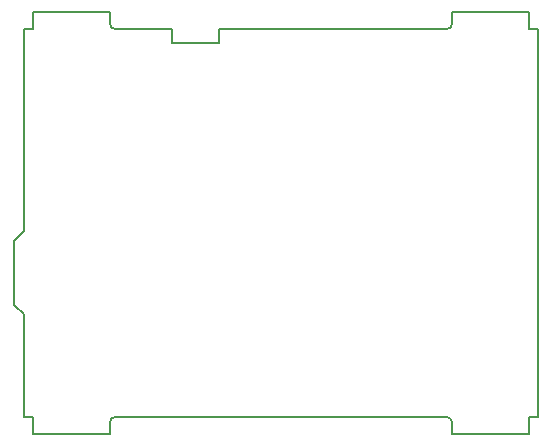
<source format=gbr>
%TF.GenerationSoftware,KiCad,Pcbnew,(5.1.4)-1*%
%TF.CreationDate,2019-12-19T18:18:08-07:00*%
%TF.ProjectId,mainboard,6d61696e-626f-4617-9264-2e6b69636164,rev?*%
%TF.SameCoordinates,Original*%
%TF.FileFunction,Profile,NP*%
%FSLAX46Y46*%
G04 Gerber Fmt 4.6, Leading zero omitted, Abs format (unit mm)*
G04 Created by KiCad (PCBNEW (5.1.4)-1) date 2019-12-19 18:18:08*
%MOMM*%
%LPD*%
G04 APERTURE LIST*
%ADD10C,0.150000*%
G04 APERTURE END LIST*
D10*
X120902460Y-74415942D02*
X120102459Y-74415941D01*
X85102460Y-74415941D02*
G75*
G02X84602460Y-73915941I0J500000D01*
G01*
X113602459Y-73915941D02*
G75*
G02X113102459Y-74415941I-500000J0D01*
G01*
X113102459Y-107215941D02*
G75*
G02X113602459Y-107715941I0J-500000D01*
G01*
X84602460Y-107715941D02*
G75*
G02X85102460Y-107215941I500000J0D01*
G01*
X77340460Y-91475941D02*
X76502460Y-92313941D01*
X77340460Y-98555940D02*
X76502460Y-97790000D01*
X120102460Y-72915941D02*
X113602460Y-72915941D01*
X113602459Y-107715941D02*
X113602460Y-108715941D01*
X85102460Y-107215941D02*
X113102459Y-107215941D01*
X84602460Y-108715941D02*
X84602460Y-107715941D01*
X113602460Y-108715941D02*
X120102459Y-108715940D01*
X113102459Y-74415941D02*
X93872460Y-74415941D01*
X113602460Y-72915941D02*
X113602459Y-73915941D01*
X78102460Y-72915941D02*
X78102460Y-74415941D01*
X93872460Y-74415941D02*
X93872460Y-75565000D01*
X93872460Y-75565000D02*
X89872460Y-75565000D01*
X78102460Y-74415941D02*
X77340460Y-74415941D01*
X77340460Y-74415941D02*
X77340460Y-91475941D01*
X120102460Y-107215940D02*
X120902460Y-107215940D01*
X120102459Y-74415941D02*
X120102460Y-72915941D01*
X89872460Y-75565000D02*
X89872460Y-74415941D01*
X84602460Y-72915941D02*
X78102460Y-72915941D01*
X84602460Y-73915941D02*
X84602460Y-72915941D01*
X89872460Y-74415941D02*
X85102460Y-74415941D01*
X76502460Y-92313941D02*
X76502460Y-97790000D01*
X120902460Y-107215940D02*
X120902460Y-74415942D01*
X78102460Y-107215940D02*
X78102460Y-108715940D01*
X120102459Y-108715940D02*
X120102460Y-107215940D01*
X77340460Y-98555940D02*
X77340460Y-107215940D01*
X78102460Y-108715940D02*
X84602460Y-108715941D01*
X77340460Y-107215940D02*
X78102460Y-107215940D01*
M02*

</source>
